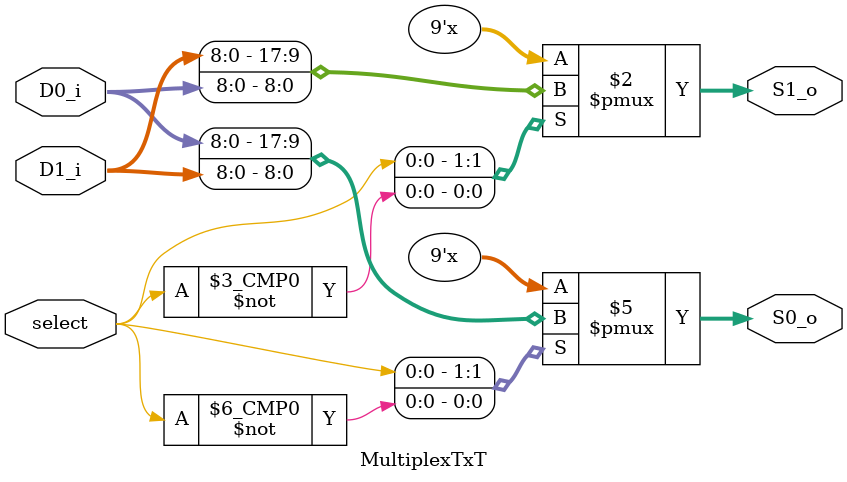
<source format=v>
`timescale 1ns / 1ps


module MultiplexTxT
    # (parameter W = 8) //Ignore this value, just for reference on the instantiation
    (
    input wire select,
    input wire [W:0] D0_i,
    input wire [W:0] D1_i,
    output reg [W:0] S0_o,
    output reg [W:0] S1_o
    );
    
    always @(select, D0_i, D1_i)
        case(select) 
       1'b1: begin
            S0_o <= D0_i;
            S1_o <= D1_i;
        end
       
       1'b0: begin
            S0_o <= D1_i;
            S1_o <= D0_i;
        end
        endcase
endmodule

</source>
